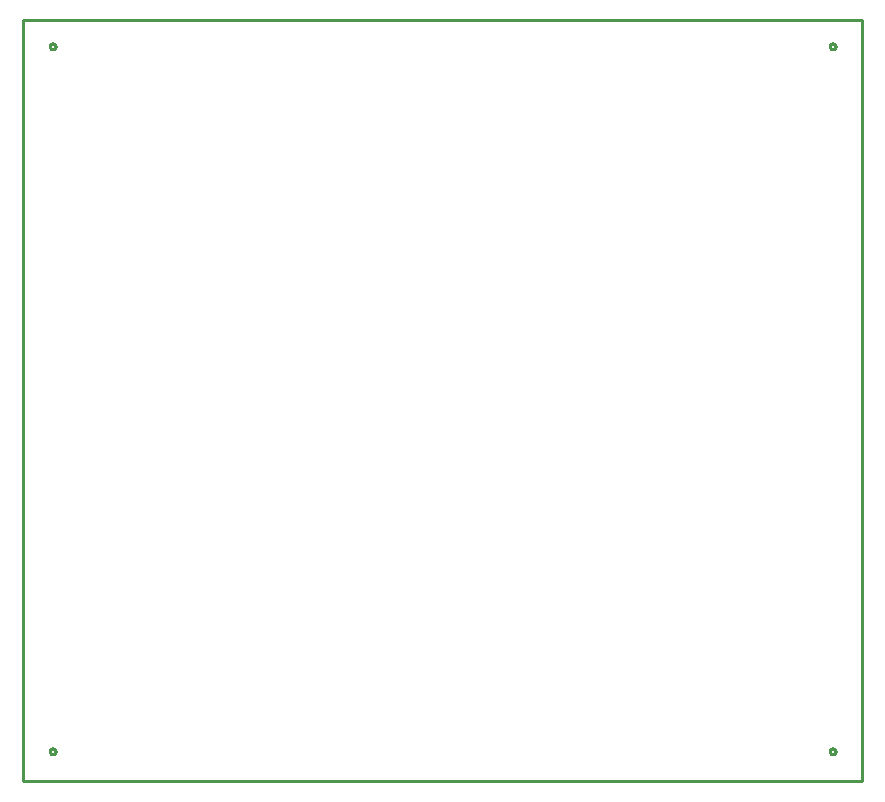
<source format=gbr>
G04 EAGLE Gerber RS-274X export*
G75*
%MOMM*%
%FSLAX34Y34*%
%LPD*%
%IN*%
%IPPOS*%
%AMOC8*
5,1,8,0,0,1.08239X$1,22.5*%
G01*
%ADD10C,0.254000*%


D10*
X393700Y228600D02*
X1104700Y228600D01*
X1104700Y873000D01*
X393700Y873000D01*
X393700Y228600D01*
X1082000Y850703D02*
X1081938Y850315D01*
X1081817Y849940D01*
X1081638Y849590D01*
X1081407Y849271D01*
X1081129Y848993D01*
X1080810Y848762D01*
X1080460Y848583D01*
X1080085Y848462D01*
X1079697Y848400D01*
X1079303Y848400D01*
X1078915Y848462D01*
X1078540Y848583D01*
X1078190Y848762D01*
X1077871Y848993D01*
X1077593Y849271D01*
X1077362Y849590D01*
X1077183Y849940D01*
X1077062Y850315D01*
X1077000Y850703D01*
X1077000Y851097D01*
X1077062Y851485D01*
X1077183Y851860D01*
X1077362Y852210D01*
X1077593Y852529D01*
X1077871Y852807D01*
X1078190Y853038D01*
X1078540Y853217D01*
X1078915Y853338D01*
X1079303Y853400D01*
X1079697Y853400D01*
X1080085Y853338D01*
X1080460Y853217D01*
X1080810Y853038D01*
X1081129Y852807D01*
X1081407Y852529D01*
X1081638Y852210D01*
X1081817Y851860D01*
X1081938Y851485D01*
X1082000Y851097D01*
X1082000Y850703D01*
X1082000Y253803D02*
X1081938Y253415D01*
X1081817Y253040D01*
X1081638Y252690D01*
X1081407Y252371D01*
X1081129Y252093D01*
X1080810Y251862D01*
X1080460Y251683D01*
X1080085Y251562D01*
X1079697Y251500D01*
X1079303Y251500D01*
X1078915Y251562D01*
X1078540Y251683D01*
X1078190Y251862D01*
X1077871Y252093D01*
X1077593Y252371D01*
X1077362Y252690D01*
X1077183Y253040D01*
X1077062Y253415D01*
X1077000Y253803D01*
X1077000Y254197D01*
X1077062Y254585D01*
X1077183Y254960D01*
X1077362Y255310D01*
X1077593Y255629D01*
X1077871Y255907D01*
X1078190Y256138D01*
X1078540Y256317D01*
X1078915Y256438D01*
X1079303Y256500D01*
X1079697Y256500D01*
X1080085Y256438D01*
X1080460Y256317D01*
X1080810Y256138D01*
X1081129Y255907D01*
X1081407Y255629D01*
X1081638Y255310D01*
X1081817Y254960D01*
X1081938Y254585D01*
X1082000Y254197D01*
X1082000Y253803D01*
X421600Y253803D02*
X421538Y253415D01*
X421417Y253040D01*
X421238Y252690D01*
X421007Y252371D01*
X420729Y252093D01*
X420410Y251862D01*
X420060Y251683D01*
X419685Y251562D01*
X419297Y251500D01*
X418903Y251500D01*
X418515Y251562D01*
X418140Y251683D01*
X417790Y251862D01*
X417471Y252093D01*
X417193Y252371D01*
X416962Y252690D01*
X416783Y253040D01*
X416662Y253415D01*
X416600Y253803D01*
X416600Y254197D01*
X416662Y254585D01*
X416783Y254960D01*
X416962Y255310D01*
X417193Y255629D01*
X417471Y255907D01*
X417790Y256138D01*
X418140Y256317D01*
X418515Y256438D01*
X418903Y256500D01*
X419297Y256500D01*
X419685Y256438D01*
X420060Y256317D01*
X420410Y256138D01*
X420729Y255907D01*
X421007Y255629D01*
X421238Y255310D01*
X421417Y254960D01*
X421538Y254585D01*
X421600Y254197D01*
X421600Y253803D01*
X421600Y850703D02*
X421538Y850315D01*
X421417Y849940D01*
X421238Y849590D01*
X421007Y849271D01*
X420729Y848993D01*
X420410Y848762D01*
X420060Y848583D01*
X419685Y848462D01*
X419297Y848400D01*
X418903Y848400D01*
X418515Y848462D01*
X418140Y848583D01*
X417790Y848762D01*
X417471Y848993D01*
X417193Y849271D01*
X416962Y849590D01*
X416783Y849940D01*
X416662Y850315D01*
X416600Y850703D01*
X416600Y851097D01*
X416662Y851485D01*
X416783Y851860D01*
X416962Y852210D01*
X417193Y852529D01*
X417471Y852807D01*
X417790Y853038D01*
X418140Y853217D01*
X418515Y853338D01*
X418903Y853400D01*
X419297Y853400D01*
X419685Y853338D01*
X420060Y853217D01*
X420410Y853038D01*
X420729Y852807D01*
X421007Y852529D01*
X421238Y852210D01*
X421417Y851860D01*
X421538Y851485D01*
X421600Y851097D01*
X421600Y850703D01*
M02*

</source>
